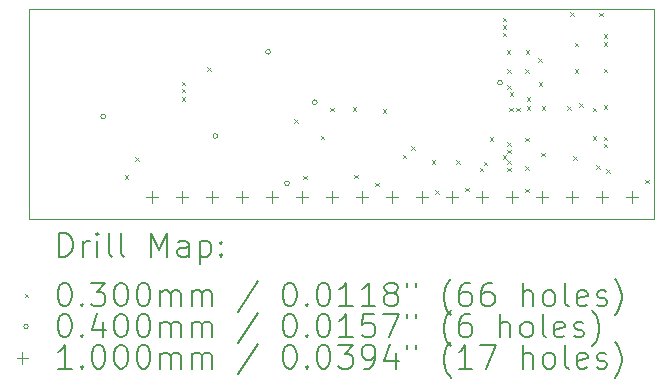
<source format=gbr>
%TF.GenerationSoftware,KiCad,Pcbnew,9.0.2*%
%TF.CreationDate,2025-06-13T02:03:37-04:00*%
%TF.ProjectId,farlock3,6661726c-6f63-46b3-932e-6b696361645f,v01*%
%TF.SameCoordinates,Original*%
%TF.FileFunction,Drillmap*%
%TF.FilePolarity,Positive*%
%FSLAX45Y45*%
G04 Gerber Fmt 4.5, Leading zero omitted, Abs format (unit mm)*
G04 Created by KiCad (PCBNEW 9.0.2) date 2025-06-13 02:03:37*
%MOMM*%
%LPD*%
G01*
G04 APERTURE LIST*
%ADD10C,0.100000*%
%ADD11C,0.200000*%
G04 APERTURE END LIST*
D10*
X12992100Y-14478000D02*
X12992100Y-12700000D01*
X12992100Y-12700000D02*
X18288000Y-12700000D01*
X18288000Y-14478000D02*
X12992100Y-14478000D01*
X18288000Y-12700000D02*
X18288000Y-14478000D01*
D11*
D10*
X13802600Y-14107400D02*
X13832600Y-14137400D01*
X13832600Y-14107400D02*
X13802600Y-14137400D01*
X13891500Y-13955000D02*
X13921500Y-13985000D01*
X13921500Y-13955000D02*
X13891500Y-13985000D01*
X14285200Y-13314900D02*
X14315200Y-13344900D01*
X14315200Y-13314900D02*
X14285200Y-13344900D01*
X14285200Y-13374900D02*
X14315200Y-13404900D01*
X14315200Y-13374900D02*
X14285200Y-13404900D01*
X14285200Y-13447000D02*
X14315200Y-13477000D01*
X14315200Y-13447000D02*
X14285200Y-13477000D01*
X14501100Y-13189900D02*
X14531100Y-13219900D01*
X14531100Y-13189900D02*
X14501100Y-13219900D01*
X15240000Y-13630000D02*
X15270000Y-13660000D01*
X15270000Y-13630000D02*
X15240000Y-13660000D01*
X15315000Y-14110000D02*
X15345000Y-14140000D01*
X15345000Y-14110000D02*
X15315000Y-14140000D01*
X15461322Y-13770900D02*
X15491322Y-13800900D01*
X15491322Y-13770900D02*
X15461322Y-13800900D01*
X15542500Y-13535900D02*
X15572500Y-13565900D01*
X15572500Y-13535900D02*
X15542500Y-13565900D01*
X15733000Y-13530000D02*
X15763000Y-13560000D01*
X15763000Y-13530000D02*
X15733000Y-13560000D01*
X15745700Y-14101600D02*
X15775700Y-14131600D01*
X15775700Y-14101600D02*
X15745700Y-14131600D01*
X15923500Y-14170900D02*
X15953500Y-14200900D01*
X15953500Y-14170900D02*
X15923500Y-14200900D01*
X15987000Y-13548600D02*
X16017000Y-13578600D01*
X16017000Y-13548600D02*
X15987000Y-13578600D01*
X16157721Y-13930600D02*
X16187721Y-13960600D01*
X16187721Y-13930600D02*
X16157721Y-13960600D01*
X16229600Y-13860588D02*
X16259600Y-13890588D01*
X16259600Y-13860588D02*
X16229600Y-13890588D01*
X16400397Y-13978700D02*
X16430397Y-14008700D01*
X16430397Y-13978700D02*
X16400397Y-14008700D01*
X16431500Y-14234400D02*
X16461500Y-14264400D01*
X16461500Y-14234400D02*
X16431500Y-14264400D01*
X16609300Y-13980400D02*
X16639300Y-14010400D01*
X16639300Y-13980400D02*
X16609300Y-14010400D01*
X16685500Y-14209900D02*
X16715500Y-14239900D01*
X16715500Y-14209900D02*
X16685500Y-14239900D01*
X16810000Y-14043700D02*
X16840000Y-14073700D01*
X16840000Y-14043700D02*
X16810000Y-14073700D01*
X16841960Y-13992921D02*
X16871960Y-14022921D01*
X16871960Y-13992921D02*
X16841960Y-14022921D01*
X16891388Y-13784495D02*
X16921388Y-13814495D01*
X16921388Y-13784495D02*
X16891388Y-13814495D01*
X17002399Y-13934550D02*
X17032399Y-13964550D01*
X17032399Y-13934550D02*
X17002399Y-13964550D01*
X17003000Y-12772500D02*
X17033000Y-12802500D01*
X17033000Y-12772500D02*
X17003000Y-12802500D01*
X17003000Y-12837400D02*
X17033000Y-12867400D01*
X17033000Y-12837400D02*
X17003000Y-12867400D01*
X17003000Y-12897400D02*
X17033000Y-12927400D01*
X17033000Y-12897400D02*
X17003000Y-12927400D01*
X17037000Y-13047000D02*
X17067000Y-13077000D01*
X17067000Y-13047000D02*
X17037000Y-13077000D01*
X17041000Y-13208000D02*
X17071000Y-13238000D01*
X17071000Y-13208000D02*
X17041000Y-13238000D01*
X17041100Y-13345400D02*
X17071100Y-13375400D01*
X17071100Y-13345400D02*
X17041100Y-13375400D01*
X17041100Y-13828000D02*
X17071100Y-13858000D01*
X17071100Y-13828000D02*
X17041100Y-13858000D01*
X17041100Y-13888700D02*
X17071100Y-13918700D01*
X17071100Y-13888700D02*
X17041100Y-13918700D01*
X17041100Y-13980400D02*
X17071100Y-14010400D01*
X17071100Y-13980400D02*
X17041100Y-14010400D01*
X17041100Y-14043700D02*
X17071100Y-14073700D01*
X17071100Y-14043700D02*
X17041100Y-14073700D01*
X17057300Y-13535900D02*
X17087300Y-13565900D01*
X17087300Y-13535900D02*
X17057300Y-13565900D01*
X17061689Y-13402041D02*
X17091689Y-13432041D01*
X17091689Y-13402041D02*
X17061689Y-13432041D01*
X17117300Y-13535900D02*
X17147300Y-13565900D01*
X17147300Y-13535900D02*
X17117300Y-13565900D01*
X17191400Y-13789900D02*
X17221400Y-13819900D01*
X17221400Y-13789900D02*
X17191400Y-13819900D01*
X17193500Y-14031200D02*
X17223500Y-14061200D01*
X17223500Y-14031200D02*
X17193500Y-14061200D01*
X17193500Y-14221700D02*
X17223500Y-14251700D01*
X17223500Y-14221700D02*
X17193500Y-14251700D01*
X17195000Y-13208000D02*
X17225000Y-13238000D01*
X17225000Y-13208000D02*
X17195000Y-13238000D01*
X17197000Y-13047000D02*
X17227000Y-13077000D01*
X17227000Y-13047000D02*
X17197000Y-13077000D01*
X17206200Y-13447041D02*
X17236200Y-13477041D01*
X17236200Y-13447041D02*
X17206200Y-13477041D01*
X17206200Y-13523200D02*
X17236200Y-13553200D01*
X17236200Y-13523200D02*
X17206200Y-13553200D01*
X17305000Y-13113000D02*
X17335000Y-13143000D01*
X17335000Y-13113000D02*
X17305000Y-13143000D01*
X17309000Y-13316000D02*
X17339000Y-13346000D01*
X17339000Y-13316000D02*
X17309000Y-13346000D01*
X17328250Y-13916900D02*
X17358250Y-13946900D01*
X17358250Y-13916900D02*
X17328250Y-13946900D01*
X17333200Y-13523200D02*
X17363200Y-13553200D01*
X17363200Y-13523200D02*
X17333200Y-13553200D01*
X17549100Y-13523200D02*
X17579100Y-13553200D01*
X17579100Y-13523200D02*
X17549100Y-13553200D01*
X17574500Y-12727500D02*
X17604500Y-12757500D01*
X17604500Y-12727500D02*
X17574500Y-12757500D01*
X17599900Y-13942734D02*
X17629900Y-13972734D01*
X17629900Y-13942734D02*
X17599900Y-13972734D01*
X17614000Y-12982000D02*
X17644000Y-13012000D01*
X17644000Y-12982000D02*
X17614000Y-13012000D01*
X17614000Y-13208000D02*
X17644000Y-13238000D01*
X17644000Y-13208000D02*
X17614000Y-13238000D01*
X17648895Y-13497800D02*
X17678895Y-13527800D01*
X17678895Y-13497800D02*
X17648895Y-13527800D01*
X17764930Y-13773300D02*
X17794930Y-13803300D01*
X17794930Y-13773300D02*
X17764930Y-13803300D01*
X17765000Y-13535900D02*
X17795000Y-13565900D01*
X17795000Y-13535900D02*
X17765000Y-13565900D01*
X17796476Y-14019237D02*
X17826476Y-14049237D01*
X17826476Y-14019237D02*
X17796476Y-14049237D01*
X17820000Y-12730000D02*
X17850000Y-12760000D01*
X17850000Y-12730000D02*
X17820000Y-12760000D01*
X17857000Y-13780000D02*
X17887000Y-13810000D01*
X17887000Y-13780000D02*
X17857000Y-13810000D01*
X17858000Y-12913000D02*
X17888000Y-12943000D01*
X17888000Y-12913000D02*
X17858000Y-12943000D01*
X17858000Y-12981000D02*
X17888000Y-13011000D01*
X17888000Y-12981000D02*
X17858000Y-13011000D01*
X17858000Y-13203000D02*
X17888000Y-13233000D01*
X17888000Y-13203000D02*
X17858000Y-13233000D01*
X17858000Y-13840000D02*
X17888000Y-13870000D01*
X17888000Y-13840000D02*
X17858000Y-13870000D01*
X17859000Y-13511000D02*
X17889000Y-13541000D01*
X17889000Y-13511000D02*
X17859000Y-13541000D01*
X17881420Y-14054480D02*
X17911420Y-14084480D01*
X17911420Y-14054480D02*
X17881420Y-14084480D01*
X18209500Y-14145500D02*
X18239500Y-14175500D01*
X18239500Y-14145500D02*
X18209500Y-14175500D01*
X13641350Y-13608650D02*
G75*
G02*
X13601350Y-13608650I-20000J0D01*
G01*
X13601350Y-13608650D02*
G75*
G02*
X13641350Y-13608650I20000J0D01*
G01*
X14589971Y-13773162D02*
G75*
G02*
X14549971Y-13773162I-20000J0D01*
G01*
X14549971Y-13773162D02*
G75*
G02*
X14589971Y-13773162I20000J0D01*
G01*
X15036185Y-13060800D02*
G75*
G02*
X14996185Y-13060800I-20000J0D01*
G01*
X14996185Y-13060800D02*
G75*
G02*
X15036185Y-13060800I20000J0D01*
G01*
X15196500Y-14173200D02*
G75*
G02*
X15156500Y-14173200I-20000J0D01*
G01*
X15156500Y-14173200D02*
G75*
G02*
X15196500Y-14173200I20000J0D01*
G01*
X15431800Y-13487543D02*
G75*
G02*
X15391800Y-13487543I-20000J0D01*
G01*
X15391800Y-13487543D02*
G75*
G02*
X15431800Y-13487543I20000J0D01*
G01*
X16999900Y-13322300D02*
G75*
G02*
X16959900Y-13322300I-20000J0D01*
G01*
X16959900Y-13322300D02*
G75*
G02*
X16999900Y-13322300I20000J0D01*
G01*
X14033500Y-14237500D02*
X14033500Y-14337500D01*
X13983500Y-14287500D02*
X14083500Y-14287500D01*
X14287500Y-14237500D02*
X14287500Y-14337500D01*
X14237500Y-14287500D02*
X14337500Y-14287500D01*
X14541500Y-14237500D02*
X14541500Y-14337500D01*
X14491500Y-14287500D02*
X14591500Y-14287500D01*
X14795500Y-14237500D02*
X14795500Y-14337500D01*
X14745500Y-14287500D02*
X14845500Y-14287500D01*
X15049500Y-14237500D02*
X15049500Y-14337500D01*
X14999500Y-14287500D02*
X15099500Y-14287500D01*
X15303500Y-14237500D02*
X15303500Y-14337500D01*
X15253500Y-14287500D02*
X15353500Y-14287500D01*
X15557500Y-14237500D02*
X15557500Y-14337500D01*
X15507500Y-14287500D02*
X15607500Y-14287500D01*
X15811500Y-14237500D02*
X15811500Y-14337500D01*
X15761500Y-14287500D02*
X15861500Y-14287500D01*
X16065500Y-14237500D02*
X16065500Y-14337500D01*
X16015500Y-14287500D02*
X16115500Y-14287500D01*
X16319500Y-14237500D02*
X16319500Y-14337500D01*
X16269500Y-14287500D02*
X16369500Y-14287500D01*
X16573500Y-14237500D02*
X16573500Y-14337500D01*
X16523500Y-14287500D02*
X16623500Y-14287500D01*
X16827500Y-14237500D02*
X16827500Y-14337500D01*
X16777500Y-14287500D02*
X16877500Y-14287500D01*
X17081500Y-14237500D02*
X17081500Y-14337500D01*
X17031500Y-14287500D02*
X17131500Y-14287500D01*
X17335500Y-14237500D02*
X17335500Y-14337500D01*
X17285500Y-14287500D02*
X17385500Y-14287500D01*
X17589500Y-14237500D02*
X17589500Y-14337500D01*
X17539500Y-14287500D02*
X17639500Y-14287500D01*
X17843500Y-14237500D02*
X17843500Y-14337500D01*
X17793500Y-14287500D02*
X17893500Y-14287500D01*
X18097500Y-14237500D02*
X18097500Y-14337500D01*
X18047500Y-14287500D02*
X18147500Y-14287500D01*
D11*
X13247877Y-14794484D02*
X13247877Y-14594484D01*
X13247877Y-14594484D02*
X13295496Y-14594484D01*
X13295496Y-14594484D02*
X13324067Y-14604008D01*
X13324067Y-14604008D02*
X13343115Y-14623055D01*
X13343115Y-14623055D02*
X13352639Y-14642103D01*
X13352639Y-14642103D02*
X13362162Y-14680198D01*
X13362162Y-14680198D02*
X13362162Y-14708769D01*
X13362162Y-14708769D02*
X13352639Y-14746865D01*
X13352639Y-14746865D02*
X13343115Y-14765912D01*
X13343115Y-14765912D02*
X13324067Y-14784960D01*
X13324067Y-14784960D02*
X13295496Y-14794484D01*
X13295496Y-14794484D02*
X13247877Y-14794484D01*
X13447877Y-14794484D02*
X13447877Y-14661150D01*
X13447877Y-14699246D02*
X13457401Y-14680198D01*
X13457401Y-14680198D02*
X13466924Y-14670674D01*
X13466924Y-14670674D02*
X13485972Y-14661150D01*
X13485972Y-14661150D02*
X13505020Y-14661150D01*
X13571686Y-14794484D02*
X13571686Y-14661150D01*
X13571686Y-14594484D02*
X13562162Y-14604008D01*
X13562162Y-14604008D02*
X13571686Y-14613531D01*
X13571686Y-14613531D02*
X13581210Y-14604008D01*
X13581210Y-14604008D02*
X13571686Y-14594484D01*
X13571686Y-14594484D02*
X13571686Y-14613531D01*
X13695496Y-14794484D02*
X13676448Y-14784960D01*
X13676448Y-14784960D02*
X13666924Y-14765912D01*
X13666924Y-14765912D02*
X13666924Y-14594484D01*
X13800258Y-14794484D02*
X13781210Y-14784960D01*
X13781210Y-14784960D02*
X13771686Y-14765912D01*
X13771686Y-14765912D02*
X13771686Y-14594484D01*
X14028829Y-14794484D02*
X14028829Y-14594484D01*
X14028829Y-14594484D02*
X14095496Y-14737341D01*
X14095496Y-14737341D02*
X14162162Y-14594484D01*
X14162162Y-14594484D02*
X14162162Y-14794484D01*
X14343115Y-14794484D02*
X14343115Y-14689722D01*
X14343115Y-14689722D02*
X14333591Y-14670674D01*
X14333591Y-14670674D02*
X14314543Y-14661150D01*
X14314543Y-14661150D02*
X14276448Y-14661150D01*
X14276448Y-14661150D02*
X14257401Y-14670674D01*
X14343115Y-14784960D02*
X14324067Y-14794484D01*
X14324067Y-14794484D02*
X14276448Y-14794484D01*
X14276448Y-14794484D02*
X14257401Y-14784960D01*
X14257401Y-14784960D02*
X14247877Y-14765912D01*
X14247877Y-14765912D02*
X14247877Y-14746865D01*
X14247877Y-14746865D02*
X14257401Y-14727817D01*
X14257401Y-14727817D02*
X14276448Y-14718293D01*
X14276448Y-14718293D02*
X14324067Y-14718293D01*
X14324067Y-14718293D02*
X14343115Y-14708769D01*
X14438353Y-14661150D02*
X14438353Y-14861150D01*
X14438353Y-14670674D02*
X14457401Y-14661150D01*
X14457401Y-14661150D02*
X14495496Y-14661150D01*
X14495496Y-14661150D02*
X14514543Y-14670674D01*
X14514543Y-14670674D02*
X14524067Y-14680198D01*
X14524067Y-14680198D02*
X14533591Y-14699246D01*
X14533591Y-14699246D02*
X14533591Y-14756388D01*
X14533591Y-14756388D02*
X14524067Y-14775436D01*
X14524067Y-14775436D02*
X14514543Y-14784960D01*
X14514543Y-14784960D02*
X14495496Y-14794484D01*
X14495496Y-14794484D02*
X14457401Y-14794484D01*
X14457401Y-14794484D02*
X14438353Y-14784960D01*
X14619305Y-14775436D02*
X14628829Y-14784960D01*
X14628829Y-14784960D02*
X14619305Y-14794484D01*
X14619305Y-14794484D02*
X14609782Y-14784960D01*
X14609782Y-14784960D02*
X14619305Y-14775436D01*
X14619305Y-14775436D02*
X14619305Y-14794484D01*
X14619305Y-14670674D02*
X14628829Y-14680198D01*
X14628829Y-14680198D02*
X14619305Y-14689722D01*
X14619305Y-14689722D02*
X14609782Y-14680198D01*
X14609782Y-14680198D02*
X14619305Y-14670674D01*
X14619305Y-14670674D02*
X14619305Y-14689722D01*
D10*
X12957100Y-15108000D02*
X12987100Y-15138000D01*
X12987100Y-15108000D02*
X12957100Y-15138000D01*
D11*
X13285972Y-15014484D02*
X13305020Y-15014484D01*
X13305020Y-15014484D02*
X13324067Y-15024008D01*
X13324067Y-15024008D02*
X13333591Y-15033531D01*
X13333591Y-15033531D02*
X13343115Y-15052579D01*
X13343115Y-15052579D02*
X13352639Y-15090674D01*
X13352639Y-15090674D02*
X13352639Y-15138293D01*
X13352639Y-15138293D02*
X13343115Y-15176388D01*
X13343115Y-15176388D02*
X13333591Y-15195436D01*
X13333591Y-15195436D02*
X13324067Y-15204960D01*
X13324067Y-15204960D02*
X13305020Y-15214484D01*
X13305020Y-15214484D02*
X13285972Y-15214484D01*
X13285972Y-15214484D02*
X13266924Y-15204960D01*
X13266924Y-15204960D02*
X13257401Y-15195436D01*
X13257401Y-15195436D02*
X13247877Y-15176388D01*
X13247877Y-15176388D02*
X13238353Y-15138293D01*
X13238353Y-15138293D02*
X13238353Y-15090674D01*
X13238353Y-15090674D02*
X13247877Y-15052579D01*
X13247877Y-15052579D02*
X13257401Y-15033531D01*
X13257401Y-15033531D02*
X13266924Y-15024008D01*
X13266924Y-15024008D02*
X13285972Y-15014484D01*
X13438353Y-15195436D02*
X13447877Y-15204960D01*
X13447877Y-15204960D02*
X13438353Y-15214484D01*
X13438353Y-15214484D02*
X13428829Y-15204960D01*
X13428829Y-15204960D02*
X13438353Y-15195436D01*
X13438353Y-15195436D02*
X13438353Y-15214484D01*
X13514543Y-15014484D02*
X13638353Y-15014484D01*
X13638353Y-15014484D02*
X13571686Y-15090674D01*
X13571686Y-15090674D02*
X13600258Y-15090674D01*
X13600258Y-15090674D02*
X13619305Y-15100198D01*
X13619305Y-15100198D02*
X13628829Y-15109722D01*
X13628829Y-15109722D02*
X13638353Y-15128769D01*
X13638353Y-15128769D02*
X13638353Y-15176388D01*
X13638353Y-15176388D02*
X13628829Y-15195436D01*
X13628829Y-15195436D02*
X13619305Y-15204960D01*
X13619305Y-15204960D02*
X13600258Y-15214484D01*
X13600258Y-15214484D02*
X13543115Y-15214484D01*
X13543115Y-15214484D02*
X13524067Y-15204960D01*
X13524067Y-15204960D02*
X13514543Y-15195436D01*
X13762162Y-15014484D02*
X13781210Y-15014484D01*
X13781210Y-15014484D02*
X13800258Y-15024008D01*
X13800258Y-15024008D02*
X13809782Y-15033531D01*
X13809782Y-15033531D02*
X13819305Y-15052579D01*
X13819305Y-15052579D02*
X13828829Y-15090674D01*
X13828829Y-15090674D02*
X13828829Y-15138293D01*
X13828829Y-15138293D02*
X13819305Y-15176388D01*
X13819305Y-15176388D02*
X13809782Y-15195436D01*
X13809782Y-15195436D02*
X13800258Y-15204960D01*
X13800258Y-15204960D02*
X13781210Y-15214484D01*
X13781210Y-15214484D02*
X13762162Y-15214484D01*
X13762162Y-15214484D02*
X13743115Y-15204960D01*
X13743115Y-15204960D02*
X13733591Y-15195436D01*
X13733591Y-15195436D02*
X13724067Y-15176388D01*
X13724067Y-15176388D02*
X13714543Y-15138293D01*
X13714543Y-15138293D02*
X13714543Y-15090674D01*
X13714543Y-15090674D02*
X13724067Y-15052579D01*
X13724067Y-15052579D02*
X13733591Y-15033531D01*
X13733591Y-15033531D02*
X13743115Y-15024008D01*
X13743115Y-15024008D02*
X13762162Y-15014484D01*
X13952639Y-15014484D02*
X13971686Y-15014484D01*
X13971686Y-15014484D02*
X13990734Y-15024008D01*
X13990734Y-15024008D02*
X14000258Y-15033531D01*
X14000258Y-15033531D02*
X14009782Y-15052579D01*
X14009782Y-15052579D02*
X14019305Y-15090674D01*
X14019305Y-15090674D02*
X14019305Y-15138293D01*
X14019305Y-15138293D02*
X14009782Y-15176388D01*
X14009782Y-15176388D02*
X14000258Y-15195436D01*
X14000258Y-15195436D02*
X13990734Y-15204960D01*
X13990734Y-15204960D02*
X13971686Y-15214484D01*
X13971686Y-15214484D02*
X13952639Y-15214484D01*
X13952639Y-15214484D02*
X13933591Y-15204960D01*
X13933591Y-15204960D02*
X13924067Y-15195436D01*
X13924067Y-15195436D02*
X13914543Y-15176388D01*
X13914543Y-15176388D02*
X13905020Y-15138293D01*
X13905020Y-15138293D02*
X13905020Y-15090674D01*
X13905020Y-15090674D02*
X13914543Y-15052579D01*
X13914543Y-15052579D02*
X13924067Y-15033531D01*
X13924067Y-15033531D02*
X13933591Y-15024008D01*
X13933591Y-15024008D02*
X13952639Y-15014484D01*
X14105020Y-15214484D02*
X14105020Y-15081150D01*
X14105020Y-15100198D02*
X14114543Y-15090674D01*
X14114543Y-15090674D02*
X14133591Y-15081150D01*
X14133591Y-15081150D02*
X14162163Y-15081150D01*
X14162163Y-15081150D02*
X14181210Y-15090674D01*
X14181210Y-15090674D02*
X14190734Y-15109722D01*
X14190734Y-15109722D02*
X14190734Y-15214484D01*
X14190734Y-15109722D02*
X14200258Y-15090674D01*
X14200258Y-15090674D02*
X14219305Y-15081150D01*
X14219305Y-15081150D02*
X14247877Y-15081150D01*
X14247877Y-15081150D02*
X14266924Y-15090674D01*
X14266924Y-15090674D02*
X14276448Y-15109722D01*
X14276448Y-15109722D02*
X14276448Y-15214484D01*
X14371686Y-15214484D02*
X14371686Y-15081150D01*
X14371686Y-15100198D02*
X14381210Y-15090674D01*
X14381210Y-15090674D02*
X14400258Y-15081150D01*
X14400258Y-15081150D02*
X14428829Y-15081150D01*
X14428829Y-15081150D02*
X14447877Y-15090674D01*
X14447877Y-15090674D02*
X14457401Y-15109722D01*
X14457401Y-15109722D02*
X14457401Y-15214484D01*
X14457401Y-15109722D02*
X14466924Y-15090674D01*
X14466924Y-15090674D02*
X14485972Y-15081150D01*
X14485972Y-15081150D02*
X14514543Y-15081150D01*
X14514543Y-15081150D02*
X14533591Y-15090674D01*
X14533591Y-15090674D02*
X14543115Y-15109722D01*
X14543115Y-15109722D02*
X14543115Y-15214484D01*
X14933591Y-15004960D02*
X14762163Y-15262103D01*
X15190734Y-15014484D02*
X15209782Y-15014484D01*
X15209782Y-15014484D02*
X15228829Y-15024008D01*
X15228829Y-15024008D02*
X15238353Y-15033531D01*
X15238353Y-15033531D02*
X15247877Y-15052579D01*
X15247877Y-15052579D02*
X15257401Y-15090674D01*
X15257401Y-15090674D02*
X15257401Y-15138293D01*
X15257401Y-15138293D02*
X15247877Y-15176388D01*
X15247877Y-15176388D02*
X15238353Y-15195436D01*
X15238353Y-15195436D02*
X15228829Y-15204960D01*
X15228829Y-15204960D02*
X15209782Y-15214484D01*
X15209782Y-15214484D02*
X15190734Y-15214484D01*
X15190734Y-15214484D02*
X15171686Y-15204960D01*
X15171686Y-15204960D02*
X15162163Y-15195436D01*
X15162163Y-15195436D02*
X15152639Y-15176388D01*
X15152639Y-15176388D02*
X15143115Y-15138293D01*
X15143115Y-15138293D02*
X15143115Y-15090674D01*
X15143115Y-15090674D02*
X15152639Y-15052579D01*
X15152639Y-15052579D02*
X15162163Y-15033531D01*
X15162163Y-15033531D02*
X15171686Y-15024008D01*
X15171686Y-15024008D02*
X15190734Y-15014484D01*
X15343115Y-15195436D02*
X15352639Y-15204960D01*
X15352639Y-15204960D02*
X15343115Y-15214484D01*
X15343115Y-15214484D02*
X15333591Y-15204960D01*
X15333591Y-15204960D02*
X15343115Y-15195436D01*
X15343115Y-15195436D02*
X15343115Y-15214484D01*
X15476448Y-15014484D02*
X15495496Y-15014484D01*
X15495496Y-15014484D02*
X15514544Y-15024008D01*
X15514544Y-15024008D02*
X15524067Y-15033531D01*
X15524067Y-15033531D02*
X15533591Y-15052579D01*
X15533591Y-15052579D02*
X15543115Y-15090674D01*
X15543115Y-15090674D02*
X15543115Y-15138293D01*
X15543115Y-15138293D02*
X15533591Y-15176388D01*
X15533591Y-15176388D02*
X15524067Y-15195436D01*
X15524067Y-15195436D02*
X15514544Y-15204960D01*
X15514544Y-15204960D02*
X15495496Y-15214484D01*
X15495496Y-15214484D02*
X15476448Y-15214484D01*
X15476448Y-15214484D02*
X15457401Y-15204960D01*
X15457401Y-15204960D02*
X15447877Y-15195436D01*
X15447877Y-15195436D02*
X15438353Y-15176388D01*
X15438353Y-15176388D02*
X15428829Y-15138293D01*
X15428829Y-15138293D02*
X15428829Y-15090674D01*
X15428829Y-15090674D02*
X15438353Y-15052579D01*
X15438353Y-15052579D02*
X15447877Y-15033531D01*
X15447877Y-15033531D02*
X15457401Y-15024008D01*
X15457401Y-15024008D02*
X15476448Y-15014484D01*
X15733591Y-15214484D02*
X15619306Y-15214484D01*
X15676448Y-15214484D02*
X15676448Y-15014484D01*
X15676448Y-15014484D02*
X15657401Y-15043055D01*
X15657401Y-15043055D02*
X15638353Y-15062103D01*
X15638353Y-15062103D02*
X15619306Y-15071627D01*
X15924067Y-15214484D02*
X15809782Y-15214484D01*
X15866925Y-15214484D02*
X15866925Y-15014484D01*
X15866925Y-15014484D02*
X15847877Y-15043055D01*
X15847877Y-15043055D02*
X15828829Y-15062103D01*
X15828829Y-15062103D02*
X15809782Y-15071627D01*
X16038353Y-15100198D02*
X16019306Y-15090674D01*
X16019306Y-15090674D02*
X16009782Y-15081150D01*
X16009782Y-15081150D02*
X16000258Y-15062103D01*
X16000258Y-15062103D02*
X16000258Y-15052579D01*
X16000258Y-15052579D02*
X16009782Y-15033531D01*
X16009782Y-15033531D02*
X16019306Y-15024008D01*
X16019306Y-15024008D02*
X16038353Y-15014484D01*
X16038353Y-15014484D02*
X16076448Y-15014484D01*
X16076448Y-15014484D02*
X16095496Y-15024008D01*
X16095496Y-15024008D02*
X16105020Y-15033531D01*
X16105020Y-15033531D02*
X16114544Y-15052579D01*
X16114544Y-15052579D02*
X16114544Y-15062103D01*
X16114544Y-15062103D02*
X16105020Y-15081150D01*
X16105020Y-15081150D02*
X16095496Y-15090674D01*
X16095496Y-15090674D02*
X16076448Y-15100198D01*
X16076448Y-15100198D02*
X16038353Y-15100198D01*
X16038353Y-15100198D02*
X16019306Y-15109722D01*
X16019306Y-15109722D02*
X16009782Y-15119246D01*
X16009782Y-15119246D02*
X16000258Y-15138293D01*
X16000258Y-15138293D02*
X16000258Y-15176388D01*
X16000258Y-15176388D02*
X16009782Y-15195436D01*
X16009782Y-15195436D02*
X16019306Y-15204960D01*
X16019306Y-15204960D02*
X16038353Y-15214484D01*
X16038353Y-15214484D02*
X16076448Y-15214484D01*
X16076448Y-15214484D02*
X16095496Y-15204960D01*
X16095496Y-15204960D02*
X16105020Y-15195436D01*
X16105020Y-15195436D02*
X16114544Y-15176388D01*
X16114544Y-15176388D02*
X16114544Y-15138293D01*
X16114544Y-15138293D02*
X16105020Y-15119246D01*
X16105020Y-15119246D02*
X16095496Y-15109722D01*
X16095496Y-15109722D02*
X16076448Y-15100198D01*
X16190734Y-15014484D02*
X16190734Y-15052579D01*
X16266925Y-15014484D02*
X16266925Y-15052579D01*
X16562163Y-15290674D02*
X16552639Y-15281150D01*
X16552639Y-15281150D02*
X16533591Y-15252579D01*
X16533591Y-15252579D02*
X16524068Y-15233531D01*
X16524068Y-15233531D02*
X16514544Y-15204960D01*
X16514544Y-15204960D02*
X16505020Y-15157341D01*
X16505020Y-15157341D02*
X16505020Y-15119246D01*
X16505020Y-15119246D02*
X16514544Y-15071627D01*
X16514544Y-15071627D02*
X16524068Y-15043055D01*
X16524068Y-15043055D02*
X16533591Y-15024008D01*
X16533591Y-15024008D02*
X16552639Y-14995436D01*
X16552639Y-14995436D02*
X16562163Y-14985912D01*
X16724068Y-15014484D02*
X16685972Y-15014484D01*
X16685972Y-15014484D02*
X16666925Y-15024008D01*
X16666925Y-15024008D02*
X16657401Y-15033531D01*
X16657401Y-15033531D02*
X16638353Y-15062103D01*
X16638353Y-15062103D02*
X16628829Y-15100198D01*
X16628829Y-15100198D02*
X16628829Y-15176388D01*
X16628829Y-15176388D02*
X16638353Y-15195436D01*
X16638353Y-15195436D02*
X16647877Y-15204960D01*
X16647877Y-15204960D02*
X16666925Y-15214484D01*
X16666925Y-15214484D02*
X16705020Y-15214484D01*
X16705020Y-15214484D02*
X16724068Y-15204960D01*
X16724068Y-15204960D02*
X16733591Y-15195436D01*
X16733591Y-15195436D02*
X16743115Y-15176388D01*
X16743115Y-15176388D02*
X16743115Y-15128769D01*
X16743115Y-15128769D02*
X16733591Y-15109722D01*
X16733591Y-15109722D02*
X16724068Y-15100198D01*
X16724068Y-15100198D02*
X16705020Y-15090674D01*
X16705020Y-15090674D02*
X16666925Y-15090674D01*
X16666925Y-15090674D02*
X16647877Y-15100198D01*
X16647877Y-15100198D02*
X16638353Y-15109722D01*
X16638353Y-15109722D02*
X16628829Y-15128769D01*
X16914544Y-15014484D02*
X16876449Y-15014484D01*
X16876449Y-15014484D02*
X16857401Y-15024008D01*
X16857401Y-15024008D02*
X16847877Y-15033531D01*
X16847877Y-15033531D02*
X16828830Y-15062103D01*
X16828830Y-15062103D02*
X16819306Y-15100198D01*
X16819306Y-15100198D02*
X16819306Y-15176388D01*
X16819306Y-15176388D02*
X16828830Y-15195436D01*
X16828830Y-15195436D02*
X16838353Y-15204960D01*
X16838353Y-15204960D02*
X16857401Y-15214484D01*
X16857401Y-15214484D02*
X16895496Y-15214484D01*
X16895496Y-15214484D02*
X16914544Y-15204960D01*
X16914544Y-15204960D02*
X16924068Y-15195436D01*
X16924068Y-15195436D02*
X16933591Y-15176388D01*
X16933591Y-15176388D02*
X16933591Y-15128769D01*
X16933591Y-15128769D02*
X16924068Y-15109722D01*
X16924068Y-15109722D02*
X16914544Y-15100198D01*
X16914544Y-15100198D02*
X16895496Y-15090674D01*
X16895496Y-15090674D02*
X16857401Y-15090674D01*
X16857401Y-15090674D02*
X16838353Y-15100198D01*
X16838353Y-15100198D02*
X16828830Y-15109722D01*
X16828830Y-15109722D02*
X16819306Y-15128769D01*
X17171687Y-15214484D02*
X17171687Y-15014484D01*
X17257401Y-15214484D02*
X17257401Y-15109722D01*
X17257401Y-15109722D02*
X17247877Y-15090674D01*
X17247877Y-15090674D02*
X17228830Y-15081150D01*
X17228830Y-15081150D02*
X17200258Y-15081150D01*
X17200258Y-15081150D02*
X17181211Y-15090674D01*
X17181211Y-15090674D02*
X17171687Y-15100198D01*
X17381211Y-15214484D02*
X17362163Y-15204960D01*
X17362163Y-15204960D02*
X17352639Y-15195436D01*
X17352639Y-15195436D02*
X17343115Y-15176388D01*
X17343115Y-15176388D02*
X17343115Y-15119246D01*
X17343115Y-15119246D02*
X17352639Y-15100198D01*
X17352639Y-15100198D02*
X17362163Y-15090674D01*
X17362163Y-15090674D02*
X17381211Y-15081150D01*
X17381211Y-15081150D02*
X17409782Y-15081150D01*
X17409782Y-15081150D02*
X17428830Y-15090674D01*
X17428830Y-15090674D02*
X17438353Y-15100198D01*
X17438353Y-15100198D02*
X17447877Y-15119246D01*
X17447877Y-15119246D02*
X17447877Y-15176388D01*
X17447877Y-15176388D02*
X17438353Y-15195436D01*
X17438353Y-15195436D02*
X17428830Y-15204960D01*
X17428830Y-15204960D02*
X17409782Y-15214484D01*
X17409782Y-15214484D02*
X17381211Y-15214484D01*
X17562163Y-15214484D02*
X17543115Y-15204960D01*
X17543115Y-15204960D02*
X17533592Y-15185912D01*
X17533592Y-15185912D02*
X17533592Y-15014484D01*
X17714544Y-15204960D02*
X17695496Y-15214484D01*
X17695496Y-15214484D02*
X17657401Y-15214484D01*
X17657401Y-15214484D02*
X17638353Y-15204960D01*
X17638353Y-15204960D02*
X17628830Y-15185912D01*
X17628830Y-15185912D02*
X17628830Y-15109722D01*
X17628830Y-15109722D02*
X17638353Y-15090674D01*
X17638353Y-15090674D02*
X17657401Y-15081150D01*
X17657401Y-15081150D02*
X17695496Y-15081150D01*
X17695496Y-15081150D02*
X17714544Y-15090674D01*
X17714544Y-15090674D02*
X17724068Y-15109722D01*
X17724068Y-15109722D02*
X17724068Y-15128769D01*
X17724068Y-15128769D02*
X17628830Y-15147817D01*
X17800258Y-15204960D02*
X17819306Y-15214484D01*
X17819306Y-15214484D02*
X17857401Y-15214484D01*
X17857401Y-15214484D02*
X17876449Y-15204960D01*
X17876449Y-15204960D02*
X17885973Y-15185912D01*
X17885973Y-15185912D02*
X17885973Y-15176388D01*
X17885973Y-15176388D02*
X17876449Y-15157341D01*
X17876449Y-15157341D02*
X17857401Y-15147817D01*
X17857401Y-15147817D02*
X17828830Y-15147817D01*
X17828830Y-15147817D02*
X17809782Y-15138293D01*
X17809782Y-15138293D02*
X17800258Y-15119246D01*
X17800258Y-15119246D02*
X17800258Y-15109722D01*
X17800258Y-15109722D02*
X17809782Y-15090674D01*
X17809782Y-15090674D02*
X17828830Y-15081150D01*
X17828830Y-15081150D02*
X17857401Y-15081150D01*
X17857401Y-15081150D02*
X17876449Y-15090674D01*
X17952639Y-15290674D02*
X17962163Y-15281150D01*
X17962163Y-15281150D02*
X17981211Y-15252579D01*
X17981211Y-15252579D02*
X17990734Y-15233531D01*
X17990734Y-15233531D02*
X18000258Y-15204960D01*
X18000258Y-15204960D02*
X18009782Y-15157341D01*
X18009782Y-15157341D02*
X18009782Y-15119246D01*
X18009782Y-15119246D02*
X18000258Y-15071627D01*
X18000258Y-15071627D02*
X17990734Y-15043055D01*
X17990734Y-15043055D02*
X17981211Y-15024008D01*
X17981211Y-15024008D02*
X17962163Y-14995436D01*
X17962163Y-14995436D02*
X17952639Y-14985912D01*
D10*
X12987100Y-15387000D02*
G75*
G02*
X12947100Y-15387000I-20000J0D01*
G01*
X12947100Y-15387000D02*
G75*
G02*
X12987100Y-15387000I20000J0D01*
G01*
D11*
X13285972Y-15278484D02*
X13305020Y-15278484D01*
X13305020Y-15278484D02*
X13324067Y-15288008D01*
X13324067Y-15288008D02*
X13333591Y-15297531D01*
X13333591Y-15297531D02*
X13343115Y-15316579D01*
X13343115Y-15316579D02*
X13352639Y-15354674D01*
X13352639Y-15354674D02*
X13352639Y-15402293D01*
X13352639Y-15402293D02*
X13343115Y-15440388D01*
X13343115Y-15440388D02*
X13333591Y-15459436D01*
X13333591Y-15459436D02*
X13324067Y-15468960D01*
X13324067Y-15468960D02*
X13305020Y-15478484D01*
X13305020Y-15478484D02*
X13285972Y-15478484D01*
X13285972Y-15478484D02*
X13266924Y-15468960D01*
X13266924Y-15468960D02*
X13257401Y-15459436D01*
X13257401Y-15459436D02*
X13247877Y-15440388D01*
X13247877Y-15440388D02*
X13238353Y-15402293D01*
X13238353Y-15402293D02*
X13238353Y-15354674D01*
X13238353Y-15354674D02*
X13247877Y-15316579D01*
X13247877Y-15316579D02*
X13257401Y-15297531D01*
X13257401Y-15297531D02*
X13266924Y-15288008D01*
X13266924Y-15288008D02*
X13285972Y-15278484D01*
X13438353Y-15459436D02*
X13447877Y-15468960D01*
X13447877Y-15468960D02*
X13438353Y-15478484D01*
X13438353Y-15478484D02*
X13428829Y-15468960D01*
X13428829Y-15468960D02*
X13438353Y-15459436D01*
X13438353Y-15459436D02*
X13438353Y-15478484D01*
X13619305Y-15345150D02*
X13619305Y-15478484D01*
X13571686Y-15268960D02*
X13524067Y-15411817D01*
X13524067Y-15411817D02*
X13647877Y-15411817D01*
X13762162Y-15278484D02*
X13781210Y-15278484D01*
X13781210Y-15278484D02*
X13800258Y-15288008D01*
X13800258Y-15288008D02*
X13809782Y-15297531D01*
X13809782Y-15297531D02*
X13819305Y-15316579D01*
X13819305Y-15316579D02*
X13828829Y-15354674D01*
X13828829Y-15354674D02*
X13828829Y-15402293D01*
X13828829Y-15402293D02*
X13819305Y-15440388D01*
X13819305Y-15440388D02*
X13809782Y-15459436D01*
X13809782Y-15459436D02*
X13800258Y-15468960D01*
X13800258Y-15468960D02*
X13781210Y-15478484D01*
X13781210Y-15478484D02*
X13762162Y-15478484D01*
X13762162Y-15478484D02*
X13743115Y-15468960D01*
X13743115Y-15468960D02*
X13733591Y-15459436D01*
X13733591Y-15459436D02*
X13724067Y-15440388D01*
X13724067Y-15440388D02*
X13714543Y-15402293D01*
X13714543Y-15402293D02*
X13714543Y-15354674D01*
X13714543Y-15354674D02*
X13724067Y-15316579D01*
X13724067Y-15316579D02*
X13733591Y-15297531D01*
X13733591Y-15297531D02*
X13743115Y-15288008D01*
X13743115Y-15288008D02*
X13762162Y-15278484D01*
X13952639Y-15278484D02*
X13971686Y-15278484D01*
X13971686Y-15278484D02*
X13990734Y-15288008D01*
X13990734Y-15288008D02*
X14000258Y-15297531D01*
X14000258Y-15297531D02*
X14009782Y-15316579D01*
X14009782Y-15316579D02*
X14019305Y-15354674D01*
X14019305Y-15354674D02*
X14019305Y-15402293D01*
X14019305Y-15402293D02*
X14009782Y-15440388D01*
X14009782Y-15440388D02*
X14000258Y-15459436D01*
X14000258Y-15459436D02*
X13990734Y-15468960D01*
X13990734Y-15468960D02*
X13971686Y-15478484D01*
X13971686Y-15478484D02*
X13952639Y-15478484D01*
X13952639Y-15478484D02*
X13933591Y-15468960D01*
X13933591Y-15468960D02*
X13924067Y-15459436D01*
X13924067Y-15459436D02*
X13914543Y-15440388D01*
X13914543Y-15440388D02*
X13905020Y-15402293D01*
X13905020Y-15402293D02*
X13905020Y-15354674D01*
X13905020Y-15354674D02*
X13914543Y-15316579D01*
X13914543Y-15316579D02*
X13924067Y-15297531D01*
X13924067Y-15297531D02*
X13933591Y-15288008D01*
X13933591Y-15288008D02*
X13952639Y-15278484D01*
X14105020Y-15478484D02*
X14105020Y-15345150D01*
X14105020Y-15364198D02*
X14114543Y-15354674D01*
X14114543Y-15354674D02*
X14133591Y-15345150D01*
X14133591Y-15345150D02*
X14162163Y-15345150D01*
X14162163Y-15345150D02*
X14181210Y-15354674D01*
X14181210Y-15354674D02*
X14190734Y-15373722D01*
X14190734Y-15373722D02*
X14190734Y-15478484D01*
X14190734Y-15373722D02*
X14200258Y-15354674D01*
X14200258Y-15354674D02*
X14219305Y-15345150D01*
X14219305Y-15345150D02*
X14247877Y-15345150D01*
X14247877Y-15345150D02*
X14266924Y-15354674D01*
X14266924Y-15354674D02*
X14276448Y-15373722D01*
X14276448Y-15373722D02*
X14276448Y-15478484D01*
X14371686Y-15478484D02*
X14371686Y-15345150D01*
X14371686Y-15364198D02*
X14381210Y-15354674D01*
X14381210Y-15354674D02*
X14400258Y-15345150D01*
X14400258Y-15345150D02*
X14428829Y-15345150D01*
X14428829Y-15345150D02*
X14447877Y-15354674D01*
X14447877Y-15354674D02*
X14457401Y-15373722D01*
X14457401Y-15373722D02*
X14457401Y-15478484D01*
X14457401Y-15373722D02*
X14466924Y-15354674D01*
X14466924Y-15354674D02*
X14485972Y-15345150D01*
X14485972Y-15345150D02*
X14514543Y-15345150D01*
X14514543Y-15345150D02*
X14533591Y-15354674D01*
X14533591Y-15354674D02*
X14543115Y-15373722D01*
X14543115Y-15373722D02*
X14543115Y-15478484D01*
X14933591Y-15268960D02*
X14762163Y-15526103D01*
X15190734Y-15278484D02*
X15209782Y-15278484D01*
X15209782Y-15278484D02*
X15228829Y-15288008D01*
X15228829Y-15288008D02*
X15238353Y-15297531D01*
X15238353Y-15297531D02*
X15247877Y-15316579D01*
X15247877Y-15316579D02*
X15257401Y-15354674D01*
X15257401Y-15354674D02*
X15257401Y-15402293D01*
X15257401Y-15402293D02*
X15247877Y-15440388D01*
X15247877Y-15440388D02*
X15238353Y-15459436D01*
X15238353Y-15459436D02*
X15228829Y-15468960D01*
X15228829Y-15468960D02*
X15209782Y-15478484D01*
X15209782Y-15478484D02*
X15190734Y-15478484D01*
X15190734Y-15478484D02*
X15171686Y-15468960D01*
X15171686Y-15468960D02*
X15162163Y-15459436D01*
X15162163Y-15459436D02*
X15152639Y-15440388D01*
X15152639Y-15440388D02*
X15143115Y-15402293D01*
X15143115Y-15402293D02*
X15143115Y-15354674D01*
X15143115Y-15354674D02*
X15152639Y-15316579D01*
X15152639Y-15316579D02*
X15162163Y-15297531D01*
X15162163Y-15297531D02*
X15171686Y-15288008D01*
X15171686Y-15288008D02*
X15190734Y-15278484D01*
X15343115Y-15459436D02*
X15352639Y-15468960D01*
X15352639Y-15468960D02*
X15343115Y-15478484D01*
X15343115Y-15478484D02*
X15333591Y-15468960D01*
X15333591Y-15468960D02*
X15343115Y-15459436D01*
X15343115Y-15459436D02*
X15343115Y-15478484D01*
X15476448Y-15278484D02*
X15495496Y-15278484D01*
X15495496Y-15278484D02*
X15514544Y-15288008D01*
X15514544Y-15288008D02*
X15524067Y-15297531D01*
X15524067Y-15297531D02*
X15533591Y-15316579D01*
X15533591Y-15316579D02*
X15543115Y-15354674D01*
X15543115Y-15354674D02*
X15543115Y-15402293D01*
X15543115Y-15402293D02*
X15533591Y-15440388D01*
X15533591Y-15440388D02*
X15524067Y-15459436D01*
X15524067Y-15459436D02*
X15514544Y-15468960D01*
X15514544Y-15468960D02*
X15495496Y-15478484D01*
X15495496Y-15478484D02*
X15476448Y-15478484D01*
X15476448Y-15478484D02*
X15457401Y-15468960D01*
X15457401Y-15468960D02*
X15447877Y-15459436D01*
X15447877Y-15459436D02*
X15438353Y-15440388D01*
X15438353Y-15440388D02*
X15428829Y-15402293D01*
X15428829Y-15402293D02*
X15428829Y-15354674D01*
X15428829Y-15354674D02*
X15438353Y-15316579D01*
X15438353Y-15316579D02*
X15447877Y-15297531D01*
X15447877Y-15297531D02*
X15457401Y-15288008D01*
X15457401Y-15288008D02*
X15476448Y-15278484D01*
X15733591Y-15478484D02*
X15619306Y-15478484D01*
X15676448Y-15478484D02*
X15676448Y-15278484D01*
X15676448Y-15278484D02*
X15657401Y-15307055D01*
X15657401Y-15307055D02*
X15638353Y-15326103D01*
X15638353Y-15326103D02*
X15619306Y-15335627D01*
X15914544Y-15278484D02*
X15819306Y-15278484D01*
X15819306Y-15278484D02*
X15809782Y-15373722D01*
X15809782Y-15373722D02*
X15819306Y-15364198D01*
X15819306Y-15364198D02*
X15838353Y-15354674D01*
X15838353Y-15354674D02*
X15885972Y-15354674D01*
X15885972Y-15354674D02*
X15905020Y-15364198D01*
X15905020Y-15364198D02*
X15914544Y-15373722D01*
X15914544Y-15373722D02*
X15924067Y-15392769D01*
X15924067Y-15392769D02*
X15924067Y-15440388D01*
X15924067Y-15440388D02*
X15914544Y-15459436D01*
X15914544Y-15459436D02*
X15905020Y-15468960D01*
X15905020Y-15468960D02*
X15885972Y-15478484D01*
X15885972Y-15478484D02*
X15838353Y-15478484D01*
X15838353Y-15478484D02*
X15819306Y-15468960D01*
X15819306Y-15468960D02*
X15809782Y-15459436D01*
X15990734Y-15278484D02*
X16124067Y-15278484D01*
X16124067Y-15278484D02*
X16038353Y-15478484D01*
X16190734Y-15278484D02*
X16190734Y-15316579D01*
X16266925Y-15278484D02*
X16266925Y-15316579D01*
X16562163Y-15554674D02*
X16552639Y-15545150D01*
X16552639Y-15545150D02*
X16533591Y-15516579D01*
X16533591Y-15516579D02*
X16524068Y-15497531D01*
X16524068Y-15497531D02*
X16514544Y-15468960D01*
X16514544Y-15468960D02*
X16505020Y-15421341D01*
X16505020Y-15421341D02*
X16505020Y-15383246D01*
X16505020Y-15383246D02*
X16514544Y-15335627D01*
X16514544Y-15335627D02*
X16524068Y-15307055D01*
X16524068Y-15307055D02*
X16533591Y-15288008D01*
X16533591Y-15288008D02*
X16552639Y-15259436D01*
X16552639Y-15259436D02*
X16562163Y-15249912D01*
X16724068Y-15278484D02*
X16685972Y-15278484D01*
X16685972Y-15278484D02*
X16666925Y-15288008D01*
X16666925Y-15288008D02*
X16657401Y-15297531D01*
X16657401Y-15297531D02*
X16638353Y-15326103D01*
X16638353Y-15326103D02*
X16628829Y-15364198D01*
X16628829Y-15364198D02*
X16628829Y-15440388D01*
X16628829Y-15440388D02*
X16638353Y-15459436D01*
X16638353Y-15459436D02*
X16647877Y-15468960D01*
X16647877Y-15468960D02*
X16666925Y-15478484D01*
X16666925Y-15478484D02*
X16705020Y-15478484D01*
X16705020Y-15478484D02*
X16724068Y-15468960D01*
X16724068Y-15468960D02*
X16733591Y-15459436D01*
X16733591Y-15459436D02*
X16743115Y-15440388D01*
X16743115Y-15440388D02*
X16743115Y-15392769D01*
X16743115Y-15392769D02*
X16733591Y-15373722D01*
X16733591Y-15373722D02*
X16724068Y-15364198D01*
X16724068Y-15364198D02*
X16705020Y-15354674D01*
X16705020Y-15354674D02*
X16666925Y-15354674D01*
X16666925Y-15354674D02*
X16647877Y-15364198D01*
X16647877Y-15364198D02*
X16638353Y-15373722D01*
X16638353Y-15373722D02*
X16628829Y-15392769D01*
X16981211Y-15478484D02*
X16981211Y-15278484D01*
X17066925Y-15478484D02*
X17066925Y-15373722D01*
X17066925Y-15373722D02*
X17057401Y-15354674D01*
X17057401Y-15354674D02*
X17038353Y-15345150D01*
X17038353Y-15345150D02*
X17009782Y-15345150D01*
X17009782Y-15345150D02*
X16990734Y-15354674D01*
X16990734Y-15354674D02*
X16981211Y-15364198D01*
X17190734Y-15478484D02*
X17171687Y-15468960D01*
X17171687Y-15468960D02*
X17162163Y-15459436D01*
X17162163Y-15459436D02*
X17152639Y-15440388D01*
X17152639Y-15440388D02*
X17152639Y-15383246D01*
X17152639Y-15383246D02*
X17162163Y-15364198D01*
X17162163Y-15364198D02*
X17171687Y-15354674D01*
X17171687Y-15354674D02*
X17190734Y-15345150D01*
X17190734Y-15345150D02*
X17219306Y-15345150D01*
X17219306Y-15345150D02*
X17238353Y-15354674D01*
X17238353Y-15354674D02*
X17247877Y-15364198D01*
X17247877Y-15364198D02*
X17257401Y-15383246D01*
X17257401Y-15383246D02*
X17257401Y-15440388D01*
X17257401Y-15440388D02*
X17247877Y-15459436D01*
X17247877Y-15459436D02*
X17238353Y-15468960D01*
X17238353Y-15468960D02*
X17219306Y-15478484D01*
X17219306Y-15478484D02*
X17190734Y-15478484D01*
X17371687Y-15478484D02*
X17352639Y-15468960D01*
X17352639Y-15468960D02*
X17343115Y-15449912D01*
X17343115Y-15449912D02*
X17343115Y-15278484D01*
X17524068Y-15468960D02*
X17505020Y-15478484D01*
X17505020Y-15478484D02*
X17466925Y-15478484D01*
X17466925Y-15478484D02*
X17447877Y-15468960D01*
X17447877Y-15468960D02*
X17438353Y-15449912D01*
X17438353Y-15449912D02*
X17438353Y-15373722D01*
X17438353Y-15373722D02*
X17447877Y-15354674D01*
X17447877Y-15354674D02*
X17466925Y-15345150D01*
X17466925Y-15345150D02*
X17505020Y-15345150D01*
X17505020Y-15345150D02*
X17524068Y-15354674D01*
X17524068Y-15354674D02*
X17533592Y-15373722D01*
X17533592Y-15373722D02*
X17533592Y-15392769D01*
X17533592Y-15392769D02*
X17438353Y-15411817D01*
X17609782Y-15468960D02*
X17628830Y-15478484D01*
X17628830Y-15478484D02*
X17666925Y-15478484D01*
X17666925Y-15478484D02*
X17685973Y-15468960D01*
X17685973Y-15468960D02*
X17695496Y-15449912D01*
X17695496Y-15449912D02*
X17695496Y-15440388D01*
X17695496Y-15440388D02*
X17685973Y-15421341D01*
X17685973Y-15421341D02*
X17666925Y-15411817D01*
X17666925Y-15411817D02*
X17638353Y-15411817D01*
X17638353Y-15411817D02*
X17619306Y-15402293D01*
X17619306Y-15402293D02*
X17609782Y-15383246D01*
X17609782Y-15383246D02*
X17609782Y-15373722D01*
X17609782Y-15373722D02*
X17619306Y-15354674D01*
X17619306Y-15354674D02*
X17638353Y-15345150D01*
X17638353Y-15345150D02*
X17666925Y-15345150D01*
X17666925Y-15345150D02*
X17685973Y-15354674D01*
X17762163Y-15554674D02*
X17771687Y-15545150D01*
X17771687Y-15545150D02*
X17790734Y-15516579D01*
X17790734Y-15516579D02*
X17800258Y-15497531D01*
X17800258Y-15497531D02*
X17809782Y-15468960D01*
X17809782Y-15468960D02*
X17819306Y-15421341D01*
X17819306Y-15421341D02*
X17819306Y-15383246D01*
X17819306Y-15383246D02*
X17809782Y-15335627D01*
X17809782Y-15335627D02*
X17800258Y-15307055D01*
X17800258Y-15307055D02*
X17790734Y-15288008D01*
X17790734Y-15288008D02*
X17771687Y-15259436D01*
X17771687Y-15259436D02*
X17762163Y-15249912D01*
D10*
X12937100Y-15601000D02*
X12937100Y-15701000D01*
X12887100Y-15651000D02*
X12987100Y-15651000D01*
D11*
X13352639Y-15742484D02*
X13238353Y-15742484D01*
X13295496Y-15742484D02*
X13295496Y-15542484D01*
X13295496Y-15542484D02*
X13276448Y-15571055D01*
X13276448Y-15571055D02*
X13257401Y-15590103D01*
X13257401Y-15590103D02*
X13238353Y-15599627D01*
X13438353Y-15723436D02*
X13447877Y-15732960D01*
X13447877Y-15732960D02*
X13438353Y-15742484D01*
X13438353Y-15742484D02*
X13428829Y-15732960D01*
X13428829Y-15732960D02*
X13438353Y-15723436D01*
X13438353Y-15723436D02*
X13438353Y-15742484D01*
X13571686Y-15542484D02*
X13590734Y-15542484D01*
X13590734Y-15542484D02*
X13609782Y-15552008D01*
X13609782Y-15552008D02*
X13619305Y-15561531D01*
X13619305Y-15561531D02*
X13628829Y-15580579D01*
X13628829Y-15580579D02*
X13638353Y-15618674D01*
X13638353Y-15618674D02*
X13638353Y-15666293D01*
X13638353Y-15666293D02*
X13628829Y-15704388D01*
X13628829Y-15704388D02*
X13619305Y-15723436D01*
X13619305Y-15723436D02*
X13609782Y-15732960D01*
X13609782Y-15732960D02*
X13590734Y-15742484D01*
X13590734Y-15742484D02*
X13571686Y-15742484D01*
X13571686Y-15742484D02*
X13552639Y-15732960D01*
X13552639Y-15732960D02*
X13543115Y-15723436D01*
X13543115Y-15723436D02*
X13533591Y-15704388D01*
X13533591Y-15704388D02*
X13524067Y-15666293D01*
X13524067Y-15666293D02*
X13524067Y-15618674D01*
X13524067Y-15618674D02*
X13533591Y-15580579D01*
X13533591Y-15580579D02*
X13543115Y-15561531D01*
X13543115Y-15561531D02*
X13552639Y-15552008D01*
X13552639Y-15552008D02*
X13571686Y-15542484D01*
X13762162Y-15542484D02*
X13781210Y-15542484D01*
X13781210Y-15542484D02*
X13800258Y-15552008D01*
X13800258Y-15552008D02*
X13809782Y-15561531D01*
X13809782Y-15561531D02*
X13819305Y-15580579D01*
X13819305Y-15580579D02*
X13828829Y-15618674D01*
X13828829Y-15618674D02*
X13828829Y-15666293D01*
X13828829Y-15666293D02*
X13819305Y-15704388D01*
X13819305Y-15704388D02*
X13809782Y-15723436D01*
X13809782Y-15723436D02*
X13800258Y-15732960D01*
X13800258Y-15732960D02*
X13781210Y-15742484D01*
X13781210Y-15742484D02*
X13762162Y-15742484D01*
X13762162Y-15742484D02*
X13743115Y-15732960D01*
X13743115Y-15732960D02*
X13733591Y-15723436D01*
X13733591Y-15723436D02*
X13724067Y-15704388D01*
X13724067Y-15704388D02*
X13714543Y-15666293D01*
X13714543Y-15666293D02*
X13714543Y-15618674D01*
X13714543Y-15618674D02*
X13724067Y-15580579D01*
X13724067Y-15580579D02*
X13733591Y-15561531D01*
X13733591Y-15561531D02*
X13743115Y-15552008D01*
X13743115Y-15552008D02*
X13762162Y-15542484D01*
X13952639Y-15542484D02*
X13971686Y-15542484D01*
X13971686Y-15542484D02*
X13990734Y-15552008D01*
X13990734Y-15552008D02*
X14000258Y-15561531D01*
X14000258Y-15561531D02*
X14009782Y-15580579D01*
X14009782Y-15580579D02*
X14019305Y-15618674D01*
X14019305Y-15618674D02*
X14019305Y-15666293D01*
X14019305Y-15666293D02*
X14009782Y-15704388D01*
X14009782Y-15704388D02*
X14000258Y-15723436D01*
X14000258Y-15723436D02*
X13990734Y-15732960D01*
X13990734Y-15732960D02*
X13971686Y-15742484D01*
X13971686Y-15742484D02*
X13952639Y-15742484D01*
X13952639Y-15742484D02*
X13933591Y-15732960D01*
X13933591Y-15732960D02*
X13924067Y-15723436D01*
X13924067Y-15723436D02*
X13914543Y-15704388D01*
X13914543Y-15704388D02*
X13905020Y-15666293D01*
X13905020Y-15666293D02*
X13905020Y-15618674D01*
X13905020Y-15618674D02*
X13914543Y-15580579D01*
X13914543Y-15580579D02*
X13924067Y-15561531D01*
X13924067Y-15561531D02*
X13933591Y-15552008D01*
X13933591Y-15552008D02*
X13952639Y-15542484D01*
X14105020Y-15742484D02*
X14105020Y-15609150D01*
X14105020Y-15628198D02*
X14114543Y-15618674D01*
X14114543Y-15618674D02*
X14133591Y-15609150D01*
X14133591Y-15609150D02*
X14162163Y-15609150D01*
X14162163Y-15609150D02*
X14181210Y-15618674D01*
X14181210Y-15618674D02*
X14190734Y-15637722D01*
X14190734Y-15637722D02*
X14190734Y-15742484D01*
X14190734Y-15637722D02*
X14200258Y-15618674D01*
X14200258Y-15618674D02*
X14219305Y-15609150D01*
X14219305Y-15609150D02*
X14247877Y-15609150D01*
X14247877Y-15609150D02*
X14266924Y-15618674D01*
X14266924Y-15618674D02*
X14276448Y-15637722D01*
X14276448Y-15637722D02*
X14276448Y-15742484D01*
X14371686Y-15742484D02*
X14371686Y-15609150D01*
X14371686Y-15628198D02*
X14381210Y-15618674D01*
X14381210Y-15618674D02*
X14400258Y-15609150D01*
X14400258Y-15609150D02*
X14428829Y-15609150D01*
X14428829Y-15609150D02*
X14447877Y-15618674D01*
X14447877Y-15618674D02*
X14457401Y-15637722D01*
X14457401Y-15637722D02*
X14457401Y-15742484D01*
X14457401Y-15637722D02*
X14466924Y-15618674D01*
X14466924Y-15618674D02*
X14485972Y-15609150D01*
X14485972Y-15609150D02*
X14514543Y-15609150D01*
X14514543Y-15609150D02*
X14533591Y-15618674D01*
X14533591Y-15618674D02*
X14543115Y-15637722D01*
X14543115Y-15637722D02*
X14543115Y-15742484D01*
X14933591Y-15532960D02*
X14762163Y-15790103D01*
X15190734Y-15542484D02*
X15209782Y-15542484D01*
X15209782Y-15542484D02*
X15228829Y-15552008D01*
X15228829Y-15552008D02*
X15238353Y-15561531D01*
X15238353Y-15561531D02*
X15247877Y-15580579D01*
X15247877Y-15580579D02*
X15257401Y-15618674D01*
X15257401Y-15618674D02*
X15257401Y-15666293D01*
X15257401Y-15666293D02*
X15247877Y-15704388D01*
X15247877Y-15704388D02*
X15238353Y-15723436D01*
X15238353Y-15723436D02*
X15228829Y-15732960D01*
X15228829Y-15732960D02*
X15209782Y-15742484D01*
X15209782Y-15742484D02*
X15190734Y-15742484D01*
X15190734Y-15742484D02*
X15171686Y-15732960D01*
X15171686Y-15732960D02*
X15162163Y-15723436D01*
X15162163Y-15723436D02*
X15152639Y-15704388D01*
X15152639Y-15704388D02*
X15143115Y-15666293D01*
X15143115Y-15666293D02*
X15143115Y-15618674D01*
X15143115Y-15618674D02*
X15152639Y-15580579D01*
X15152639Y-15580579D02*
X15162163Y-15561531D01*
X15162163Y-15561531D02*
X15171686Y-15552008D01*
X15171686Y-15552008D02*
X15190734Y-15542484D01*
X15343115Y-15723436D02*
X15352639Y-15732960D01*
X15352639Y-15732960D02*
X15343115Y-15742484D01*
X15343115Y-15742484D02*
X15333591Y-15732960D01*
X15333591Y-15732960D02*
X15343115Y-15723436D01*
X15343115Y-15723436D02*
X15343115Y-15742484D01*
X15476448Y-15542484D02*
X15495496Y-15542484D01*
X15495496Y-15542484D02*
X15514544Y-15552008D01*
X15514544Y-15552008D02*
X15524067Y-15561531D01*
X15524067Y-15561531D02*
X15533591Y-15580579D01*
X15533591Y-15580579D02*
X15543115Y-15618674D01*
X15543115Y-15618674D02*
X15543115Y-15666293D01*
X15543115Y-15666293D02*
X15533591Y-15704388D01*
X15533591Y-15704388D02*
X15524067Y-15723436D01*
X15524067Y-15723436D02*
X15514544Y-15732960D01*
X15514544Y-15732960D02*
X15495496Y-15742484D01*
X15495496Y-15742484D02*
X15476448Y-15742484D01*
X15476448Y-15742484D02*
X15457401Y-15732960D01*
X15457401Y-15732960D02*
X15447877Y-15723436D01*
X15447877Y-15723436D02*
X15438353Y-15704388D01*
X15438353Y-15704388D02*
X15428829Y-15666293D01*
X15428829Y-15666293D02*
X15428829Y-15618674D01*
X15428829Y-15618674D02*
X15438353Y-15580579D01*
X15438353Y-15580579D02*
X15447877Y-15561531D01*
X15447877Y-15561531D02*
X15457401Y-15552008D01*
X15457401Y-15552008D02*
X15476448Y-15542484D01*
X15609782Y-15542484D02*
X15733591Y-15542484D01*
X15733591Y-15542484D02*
X15666925Y-15618674D01*
X15666925Y-15618674D02*
X15695496Y-15618674D01*
X15695496Y-15618674D02*
X15714544Y-15628198D01*
X15714544Y-15628198D02*
X15724067Y-15637722D01*
X15724067Y-15637722D02*
X15733591Y-15656769D01*
X15733591Y-15656769D02*
X15733591Y-15704388D01*
X15733591Y-15704388D02*
X15724067Y-15723436D01*
X15724067Y-15723436D02*
X15714544Y-15732960D01*
X15714544Y-15732960D02*
X15695496Y-15742484D01*
X15695496Y-15742484D02*
X15638353Y-15742484D01*
X15638353Y-15742484D02*
X15619306Y-15732960D01*
X15619306Y-15732960D02*
X15609782Y-15723436D01*
X15828829Y-15742484D02*
X15866925Y-15742484D01*
X15866925Y-15742484D02*
X15885972Y-15732960D01*
X15885972Y-15732960D02*
X15895496Y-15723436D01*
X15895496Y-15723436D02*
X15914544Y-15694865D01*
X15914544Y-15694865D02*
X15924067Y-15656769D01*
X15924067Y-15656769D02*
X15924067Y-15580579D01*
X15924067Y-15580579D02*
X15914544Y-15561531D01*
X15914544Y-15561531D02*
X15905020Y-15552008D01*
X15905020Y-15552008D02*
X15885972Y-15542484D01*
X15885972Y-15542484D02*
X15847877Y-15542484D01*
X15847877Y-15542484D02*
X15828829Y-15552008D01*
X15828829Y-15552008D02*
X15819306Y-15561531D01*
X15819306Y-15561531D02*
X15809782Y-15580579D01*
X15809782Y-15580579D02*
X15809782Y-15628198D01*
X15809782Y-15628198D02*
X15819306Y-15647246D01*
X15819306Y-15647246D02*
X15828829Y-15656769D01*
X15828829Y-15656769D02*
X15847877Y-15666293D01*
X15847877Y-15666293D02*
X15885972Y-15666293D01*
X15885972Y-15666293D02*
X15905020Y-15656769D01*
X15905020Y-15656769D02*
X15914544Y-15647246D01*
X15914544Y-15647246D02*
X15924067Y-15628198D01*
X16095496Y-15609150D02*
X16095496Y-15742484D01*
X16047877Y-15532960D02*
X16000258Y-15675817D01*
X16000258Y-15675817D02*
X16124067Y-15675817D01*
X16190734Y-15542484D02*
X16190734Y-15580579D01*
X16266925Y-15542484D02*
X16266925Y-15580579D01*
X16562163Y-15818674D02*
X16552639Y-15809150D01*
X16552639Y-15809150D02*
X16533591Y-15780579D01*
X16533591Y-15780579D02*
X16524068Y-15761531D01*
X16524068Y-15761531D02*
X16514544Y-15732960D01*
X16514544Y-15732960D02*
X16505020Y-15685341D01*
X16505020Y-15685341D02*
X16505020Y-15647246D01*
X16505020Y-15647246D02*
X16514544Y-15599627D01*
X16514544Y-15599627D02*
X16524068Y-15571055D01*
X16524068Y-15571055D02*
X16533591Y-15552008D01*
X16533591Y-15552008D02*
X16552639Y-15523436D01*
X16552639Y-15523436D02*
X16562163Y-15513912D01*
X16743115Y-15742484D02*
X16628829Y-15742484D01*
X16685972Y-15742484D02*
X16685972Y-15542484D01*
X16685972Y-15542484D02*
X16666925Y-15571055D01*
X16666925Y-15571055D02*
X16647877Y-15590103D01*
X16647877Y-15590103D02*
X16628829Y-15599627D01*
X16809782Y-15542484D02*
X16943115Y-15542484D01*
X16943115Y-15542484D02*
X16857401Y-15742484D01*
X17171687Y-15742484D02*
X17171687Y-15542484D01*
X17257401Y-15742484D02*
X17257401Y-15637722D01*
X17257401Y-15637722D02*
X17247877Y-15618674D01*
X17247877Y-15618674D02*
X17228830Y-15609150D01*
X17228830Y-15609150D02*
X17200258Y-15609150D01*
X17200258Y-15609150D02*
X17181211Y-15618674D01*
X17181211Y-15618674D02*
X17171687Y-15628198D01*
X17381211Y-15742484D02*
X17362163Y-15732960D01*
X17362163Y-15732960D02*
X17352639Y-15723436D01*
X17352639Y-15723436D02*
X17343115Y-15704388D01*
X17343115Y-15704388D02*
X17343115Y-15647246D01*
X17343115Y-15647246D02*
X17352639Y-15628198D01*
X17352639Y-15628198D02*
X17362163Y-15618674D01*
X17362163Y-15618674D02*
X17381211Y-15609150D01*
X17381211Y-15609150D02*
X17409782Y-15609150D01*
X17409782Y-15609150D02*
X17428830Y-15618674D01*
X17428830Y-15618674D02*
X17438353Y-15628198D01*
X17438353Y-15628198D02*
X17447877Y-15647246D01*
X17447877Y-15647246D02*
X17447877Y-15704388D01*
X17447877Y-15704388D02*
X17438353Y-15723436D01*
X17438353Y-15723436D02*
X17428830Y-15732960D01*
X17428830Y-15732960D02*
X17409782Y-15742484D01*
X17409782Y-15742484D02*
X17381211Y-15742484D01*
X17562163Y-15742484D02*
X17543115Y-15732960D01*
X17543115Y-15732960D02*
X17533592Y-15713912D01*
X17533592Y-15713912D02*
X17533592Y-15542484D01*
X17714544Y-15732960D02*
X17695496Y-15742484D01*
X17695496Y-15742484D02*
X17657401Y-15742484D01*
X17657401Y-15742484D02*
X17638353Y-15732960D01*
X17638353Y-15732960D02*
X17628830Y-15713912D01*
X17628830Y-15713912D02*
X17628830Y-15637722D01*
X17628830Y-15637722D02*
X17638353Y-15618674D01*
X17638353Y-15618674D02*
X17657401Y-15609150D01*
X17657401Y-15609150D02*
X17695496Y-15609150D01*
X17695496Y-15609150D02*
X17714544Y-15618674D01*
X17714544Y-15618674D02*
X17724068Y-15637722D01*
X17724068Y-15637722D02*
X17724068Y-15656769D01*
X17724068Y-15656769D02*
X17628830Y-15675817D01*
X17800258Y-15732960D02*
X17819306Y-15742484D01*
X17819306Y-15742484D02*
X17857401Y-15742484D01*
X17857401Y-15742484D02*
X17876449Y-15732960D01*
X17876449Y-15732960D02*
X17885973Y-15713912D01*
X17885973Y-15713912D02*
X17885973Y-15704388D01*
X17885973Y-15704388D02*
X17876449Y-15685341D01*
X17876449Y-15685341D02*
X17857401Y-15675817D01*
X17857401Y-15675817D02*
X17828830Y-15675817D01*
X17828830Y-15675817D02*
X17809782Y-15666293D01*
X17809782Y-15666293D02*
X17800258Y-15647246D01*
X17800258Y-15647246D02*
X17800258Y-15637722D01*
X17800258Y-15637722D02*
X17809782Y-15618674D01*
X17809782Y-15618674D02*
X17828830Y-15609150D01*
X17828830Y-15609150D02*
X17857401Y-15609150D01*
X17857401Y-15609150D02*
X17876449Y-15618674D01*
X17952639Y-15818674D02*
X17962163Y-15809150D01*
X17962163Y-15809150D02*
X17981211Y-15780579D01*
X17981211Y-15780579D02*
X17990734Y-15761531D01*
X17990734Y-15761531D02*
X18000258Y-15732960D01*
X18000258Y-15732960D02*
X18009782Y-15685341D01*
X18009782Y-15685341D02*
X18009782Y-15647246D01*
X18009782Y-15647246D02*
X18000258Y-15599627D01*
X18000258Y-15599627D02*
X17990734Y-15571055D01*
X17990734Y-15571055D02*
X17981211Y-15552008D01*
X17981211Y-15552008D02*
X17962163Y-15523436D01*
X17962163Y-15523436D02*
X17952639Y-15513912D01*
M02*

</source>
